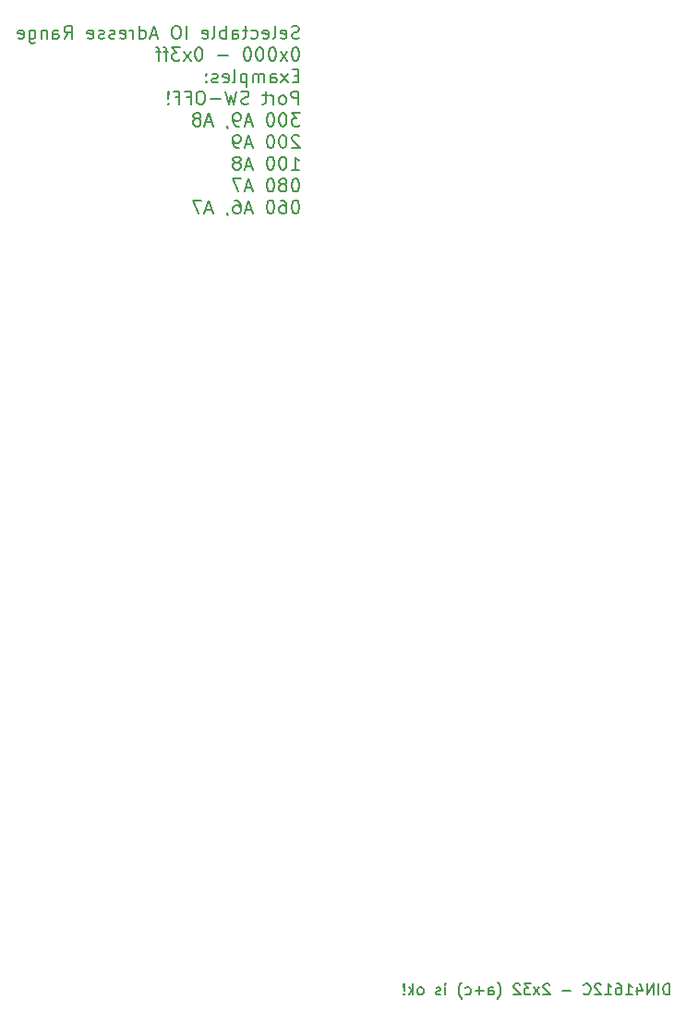
<source format=gbr>
%TF.GenerationSoftware,KiCad,Pcbnew,(5.1.12)-1*%
%TF.CreationDate,2022-05-27T21:16:08+02:00*%
%TF.ProjectId,ec1834-post,65633138-3334-42d7-906f-73742e6b6963,2b*%
%TF.SameCoordinates,Original*%
%TF.FileFunction,Legend,Bot*%
%TF.FilePolarity,Positive*%
%FSLAX46Y46*%
G04 Gerber Fmt 4.6, Leading zero omitted, Abs format (unit mm)*
G04 Created by KiCad (PCBNEW (5.1.12)-1) date 2022-05-27 21:16:08*
%MOMM*%
%LPD*%
G01*
G04 APERTURE LIST*
%ADD10C,0.200000*%
%ADD11C,0.150000*%
G04 APERTURE END LIST*
D10*
X119783428Y-53242514D02*
X119612000Y-53299657D01*
X119326285Y-53299657D01*
X119212000Y-53242514D01*
X119154857Y-53185371D01*
X119097714Y-53071085D01*
X119097714Y-52956800D01*
X119154857Y-52842514D01*
X119212000Y-52785371D01*
X119326285Y-52728228D01*
X119554857Y-52671085D01*
X119669142Y-52613942D01*
X119726285Y-52556800D01*
X119783428Y-52442514D01*
X119783428Y-52328228D01*
X119726285Y-52213942D01*
X119669142Y-52156800D01*
X119554857Y-52099657D01*
X119269142Y-52099657D01*
X119097714Y-52156800D01*
X118126285Y-53242514D02*
X118240571Y-53299657D01*
X118469142Y-53299657D01*
X118583428Y-53242514D01*
X118640571Y-53128228D01*
X118640571Y-52671085D01*
X118583428Y-52556800D01*
X118469142Y-52499657D01*
X118240571Y-52499657D01*
X118126285Y-52556800D01*
X118069142Y-52671085D01*
X118069142Y-52785371D01*
X118640571Y-52899657D01*
X117383428Y-53299657D02*
X117497714Y-53242514D01*
X117554857Y-53128228D01*
X117554857Y-52099657D01*
X116469142Y-53242514D02*
X116583428Y-53299657D01*
X116812000Y-53299657D01*
X116926285Y-53242514D01*
X116983428Y-53128228D01*
X116983428Y-52671085D01*
X116926285Y-52556800D01*
X116812000Y-52499657D01*
X116583428Y-52499657D01*
X116469142Y-52556800D01*
X116412000Y-52671085D01*
X116412000Y-52785371D01*
X116983428Y-52899657D01*
X115383428Y-53242514D02*
X115497714Y-53299657D01*
X115726285Y-53299657D01*
X115840571Y-53242514D01*
X115897714Y-53185371D01*
X115954857Y-53071085D01*
X115954857Y-52728228D01*
X115897714Y-52613942D01*
X115840571Y-52556800D01*
X115726285Y-52499657D01*
X115497714Y-52499657D01*
X115383428Y-52556800D01*
X115040571Y-52499657D02*
X114583428Y-52499657D01*
X114869142Y-52099657D02*
X114869142Y-53128228D01*
X114812000Y-53242514D01*
X114697714Y-53299657D01*
X114583428Y-53299657D01*
X113669142Y-53299657D02*
X113669142Y-52671085D01*
X113726285Y-52556800D01*
X113840571Y-52499657D01*
X114069142Y-52499657D01*
X114183428Y-52556800D01*
X113669142Y-53242514D02*
X113783428Y-53299657D01*
X114069142Y-53299657D01*
X114183428Y-53242514D01*
X114240571Y-53128228D01*
X114240571Y-53013942D01*
X114183428Y-52899657D01*
X114069142Y-52842514D01*
X113783428Y-52842514D01*
X113669142Y-52785371D01*
X113097714Y-53299657D02*
X113097714Y-52099657D01*
X113097714Y-52556800D02*
X112983428Y-52499657D01*
X112754857Y-52499657D01*
X112640571Y-52556800D01*
X112583428Y-52613942D01*
X112526285Y-52728228D01*
X112526285Y-53071085D01*
X112583428Y-53185371D01*
X112640571Y-53242514D01*
X112754857Y-53299657D01*
X112983428Y-53299657D01*
X113097714Y-53242514D01*
X111840571Y-53299657D02*
X111954857Y-53242514D01*
X112011999Y-53128228D01*
X112011999Y-52099657D01*
X110926285Y-53242514D02*
X111040571Y-53299657D01*
X111269142Y-53299657D01*
X111383428Y-53242514D01*
X111440571Y-53128228D01*
X111440571Y-52671085D01*
X111383428Y-52556800D01*
X111269142Y-52499657D01*
X111040571Y-52499657D01*
X110926285Y-52556800D01*
X110869142Y-52671085D01*
X110869142Y-52785371D01*
X111440571Y-52899657D01*
X109440571Y-53299657D02*
X109440571Y-52099657D01*
X108640571Y-52099657D02*
X108411999Y-52099657D01*
X108297714Y-52156800D01*
X108183428Y-52271085D01*
X108126285Y-52499657D01*
X108126285Y-52899657D01*
X108183428Y-53128228D01*
X108297714Y-53242514D01*
X108411999Y-53299657D01*
X108640571Y-53299657D01*
X108754857Y-53242514D01*
X108869142Y-53128228D01*
X108926285Y-52899657D01*
X108926285Y-52499657D01*
X108869142Y-52271085D01*
X108754857Y-52156800D01*
X108640571Y-52099657D01*
X106754857Y-52956800D02*
X106183428Y-52956800D01*
X106869142Y-53299657D02*
X106469142Y-52099657D01*
X106069142Y-53299657D01*
X105154857Y-53299657D02*
X105154857Y-52099657D01*
X105154857Y-53242514D02*
X105269142Y-53299657D01*
X105497714Y-53299657D01*
X105611999Y-53242514D01*
X105669142Y-53185371D01*
X105726285Y-53071085D01*
X105726285Y-52728228D01*
X105669142Y-52613942D01*
X105611999Y-52556800D01*
X105497714Y-52499657D01*
X105269142Y-52499657D01*
X105154857Y-52556800D01*
X104583428Y-53299657D02*
X104583428Y-52499657D01*
X104583428Y-52728228D02*
X104526285Y-52613942D01*
X104469142Y-52556800D01*
X104354857Y-52499657D01*
X104240571Y-52499657D01*
X103383428Y-53242514D02*
X103497714Y-53299657D01*
X103726285Y-53299657D01*
X103840571Y-53242514D01*
X103897714Y-53128228D01*
X103897714Y-52671085D01*
X103840571Y-52556800D01*
X103726285Y-52499657D01*
X103497714Y-52499657D01*
X103383428Y-52556800D01*
X103326285Y-52671085D01*
X103326285Y-52785371D01*
X103897714Y-52899657D01*
X102869142Y-53242514D02*
X102754857Y-53299657D01*
X102526285Y-53299657D01*
X102411999Y-53242514D01*
X102354857Y-53128228D01*
X102354857Y-53071085D01*
X102411999Y-52956800D01*
X102526285Y-52899657D01*
X102697714Y-52899657D01*
X102811999Y-52842514D01*
X102869142Y-52728228D01*
X102869142Y-52671085D01*
X102811999Y-52556800D01*
X102697714Y-52499657D01*
X102526285Y-52499657D01*
X102411999Y-52556800D01*
X101897714Y-53242514D02*
X101783428Y-53299657D01*
X101554857Y-53299657D01*
X101440571Y-53242514D01*
X101383428Y-53128228D01*
X101383428Y-53071085D01*
X101440571Y-52956800D01*
X101554857Y-52899657D01*
X101726285Y-52899657D01*
X101840571Y-52842514D01*
X101897714Y-52728228D01*
X101897714Y-52671085D01*
X101840571Y-52556800D01*
X101726285Y-52499657D01*
X101554857Y-52499657D01*
X101440571Y-52556800D01*
X100411999Y-53242514D02*
X100526285Y-53299657D01*
X100754857Y-53299657D01*
X100869142Y-53242514D01*
X100926285Y-53128228D01*
X100926285Y-52671085D01*
X100869142Y-52556800D01*
X100754857Y-52499657D01*
X100526285Y-52499657D01*
X100411999Y-52556800D01*
X100354857Y-52671085D01*
X100354857Y-52785371D01*
X100926285Y-52899657D01*
X98240571Y-53299657D02*
X98640571Y-52728228D01*
X98926285Y-53299657D02*
X98926285Y-52099657D01*
X98469142Y-52099657D01*
X98354857Y-52156800D01*
X98297714Y-52213942D01*
X98240571Y-52328228D01*
X98240571Y-52499657D01*
X98297714Y-52613942D01*
X98354857Y-52671085D01*
X98469142Y-52728228D01*
X98926285Y-52728228D01*
X97211999Y-53299657D02*
X97211999Y-52671085D01*
X97269142Y-52556800D01*
X97383428Y-52499657D01*
X97611999Y-52499657D01*
X97726285Y-52556800D01*
X97211999Y-53242514D02*
X97326285Y-53299657D01*
X97611999Y-53299657D01*
X97726285Y-53242514D01*
X97783428Y-53128228D01*
X97783428Y-53013942D01*
X97726285Y-52899657D01*
X97611999Y-52842514D01*
X97326285Y-52842514D01*
X97211999Y-52785371D01*
X96640571Y-52499657D02*
X96640571Y-53299657D01*
X96640571Y-52613942D02*
X96583428Y-52556800D01*
X96469142Y-52499657D01*
X96297714Y-52499657D01*
X96183428Y-52556800D01*
X96126285Y-52671085D01*
X96126285Y-53299657D01*
X95040571Y-52499657D02*
X95040571Y-53471085D01*
X95097714Y-53585371D01*
X95154857Y-53642514D01*
X95269142Y-53699657D01*
X95440571Y-53699657D01*
X95554857Y-53642514D01*
X95040571Y-53242514D02*
X95154857Y-53299657D01*
X95383428Y-53299657D01*
X95497714Y-53242514D01*
X95554857Y-53185371D01*
X95611999Y-53071085D01*
X95611999Y-52728228D01*
X95554857Y-52613942D01*
X95497714Y-52556800D01*
X95383428Y-52499657D01*
X95154857Y-52499657D01*
X95040571Y-52556800D01*
X94011999Y-53242514D02*
X94126285Y-53299657D01*
X94354857Y-53299657D01*
X94469142Y-53242514D01*
X94526285Y-53128228D01*
X94526285Y-52671085D01*
X94469142Y-52556800D01*
X94354857Y-52499657D01*
X94126285Y-52499657D01*
X94011999Y-52556800D01*
X93954857Y-52671085D01*
X93954857Y-52785371D01*
X94526285Y-52899657D01*
X119497714Y-54099657D02*
X119383428Y-54099657D01*
X119269142Y-54156800D01*
X119212000Y-54213942D01*
X119154857Y-54328228D01*
X119097714Y-54556800D01*
X119097714Y-54842514D01*
X119154857Y-55071085D01*
X119212000Y-55185371D01*
X119269142Y-55242514D01*
X119383428Y-55299657D01*
X119497714Y-55299657D01*
X119612000Y-55242514D01*
X119669142Y-55185371D01*
X119726285Y-55071085D01*
X119783428Y-54842514D01*
X119783428Y-54556800D01*
X119726285Y-54328228D01*
X119669142Y-54213942D01*
X119612000Y-54156800D01*
X119497714Y-54099657D01*
X118697714Y-55299657D02*
X118069142Y-54499657D01*
X118697714Y-54499657D02*
X118069142Y-55299657D01*
X117383428Y-54099657D02*
X117269142Y-54099657D01*
X117154857Y-54156800D01*
X117097714Y-54213942D01*
X117040571Y-54328228D01*
X116983428Y-54556800D01*
X116983428Y-54842514D01*
X117040571Y-55071085D01*
X117097714Y-55185371D01*
X117154857Y-55242514D01*
X117269142Y-55299657D01*
X117383428Y-55299657D01*
X117497714Y-55242514D01*
X117554857Y-55185371D01*
X117612000Y-55071085D01*
X117669142Y-54842514D01*
X117669142Y-54556800D01*
X117612000Y-54328228D01*
X117554857Y-54213942D01*
X117497714Y-54156800D01*
X117383428Y-54099657D01*
X116240571Y-54099657D02*
X116126285Y-54099657D01*
X116012000Y-54156800D01*
X115954857Y-54213942D01*
X115897714Y-54328228D01*
X115840571Y-54556800D01*
X115840571Y-54842514D01*
X115897714Y-55071085D01*
X115954857Y-55185371D01*
X116012000Y-55242514D01*
X116126285Y-55299657D01*
X116240571Y-55299657D01*
X116354857Y-55242514D01*
X116412000Y-55185371D01*
X116469142Y-55071085D01*
X116526285Y-54842514D01*
X116526285Y-54556800D01*
X116469142Y-54328228D01*
X116412000Y-54213942D01*
X116354857Y-54156800D01*
X116240571Y-54099657D01*
X115097714Y-54099657D02*
X114983428Y-54099657D01*
X114869142Y-54156800D01*
X114812000Y-54213942D01*
X114754857Y-54328228D01*
X114697714Y-54556800D01*
X114697714Y-54842514D01*
X114754857Y-55071085D01*
X114812000Y-55185371D01*
X114869142Y-55242514D01*
X114983428Y-55299657D01*
X115097714Y-55299657D01*
X115212000Y-55242514D01*
X115269142Y-55185371D01*
X115326285Y-55071085D01*
X115383428Y-54842514D01*
X115383428Y-54556800D01*
X115326285Y-54328228D01*
X115269142Y-54213942D01*
X115212000Y-54156800D01*
X115097714Y-54099657D01*
X113269142Y-54842514D02*
X112354857Y-54842514D01*
X110640571Y-54099657D02*
X110526285Y-54099657D01*
X110412000Y-54156800D01*
X110354857Y-54213942D01*
X110297714Y-54328228D01*
X110240571Y-54556800D01*
X110240571Y-54842514D01*
X110297714Y-55071085D01*
X110354857Y-55185371D01*
X110412000Y-55242514D01*
X110526285Y-55299657D01*
X110640571Y-55299657D01*
X110754857Y-55242514D01*
X110812000Y-55185371D01*
X110869142Y-55071085D01*
X110926285Y-54842514D01*
X110926285Y-54556800D01*
X110869142Y-54328228D01*
X110812000Y-54213942D01*
X110754857Y-54156800D01*
X110640571Y-54099657D01*
X109840571Y-55299657D02*
X109212000Y-54499657D01*
X109840571Y-54499657D02*
X109212000Y-55299657D01*
X108869142Y-54099657D02*
X108126285Y-54099657D01*
X108526285Y-54556800D01*
X108354857Y-54556800D01*
X108240571Y-54613942D01*
X108183428Y-54671085D01*
X108126285Y-54785371D01*
X108126285Y-55071085D01*
X108183428Y-55185371D01*
X108240571Y-55242514D01*
X108354857Y-55299657D01*
X108697714Y-55299657D01*
X108812000Y-55242514D01*
X108869142Y-55185371D01*
X107783428Y-54499657D02*
X107326285Y-54499657D01*
X107612000Y-55299657D02*
X107612000Y-54271085D01*
X107554857Y-54156800D01*
X107440571Y-54099657D01*
X107326285Y-54099657D01*
X107097714Y-54499657D02*
X106640571Y-54499657D01*
X106926285Y-55299657D02*
X106926285Y-54271085D01*
X106869142Y-54156800D01*
X106754857Y-54099657D01*
X106640571Y-54099657D01*
X119726285Y-56671085D02*
X119326285Y-56671085D01*
X119154857Y-57299657D02*
X119726285Y-57299657D01*
X119726285Y-56099657D01*
X119154857Y-56099657D01*
X118754857Y-57299657D02*
X118126285Y-56499657D01*
X118754857Y-56499657D02*
X118126285Y-57299657D01*
X117154857Y-57299657D02*
X117154857Y-56671085D01*
X117212000Y-56556800D01*
X117326285Y-56499657D01*
X117554857Y-56499657D01*
X117669142Y-56556800D01*
X117154857Y-57242514D02*
X117269142Y-57299657D01*
X117554857Y-57299657D01*
X117669142Y-57242514D01*
X117726285Y-57128228D01*
X117726285Y-57013942D01*
X117669142Y-56899657D01*
X117554857Y-56842514D01*
X117269142Y-56842514D01*
X117154857Y-56785371D01*
X116583428Y-57299657D02*
X116583428Y-56499657D01*
X116583428Y-56613942D02*
X116526285Y-56556800D01*
X116412000Y-56499657D01*
X116240571Y-56499657D01*
X116126285Y-56556800D01*
X116069142Y-56671085D01*
X116069142Y-57299657D01*
X116069142Y-56671085D02*
X116012000Y-56556800D01*
X115897714Y-56499657D01*
X115726285Y-56499657D01*
X115612000Y-56556800D01*
X115554857Y-56671085D01*
X115554857Y-57299657D01*
X114983428Y-56499657D02*
X114983428Y-57699657D01*
X114983428Y-56556800D02*
X114869142Y-56499657D01*
X114640571Y-56499657D01*
X114526285Y-56556800D01*
X114469142Y-56613942D01*
X114412000Y-56728228D01*
X114412000Y-57071085D01*
X114469142Y-57185371D01*
X114526285Y-57242514D01*
X114640571Y-57299657D01*
X114869142Y-57299657D01*
X114983428Y-57242514D01*
X113726285Y-57299657D02*
X113840571Y-57242514D01*
X113897714Y-57128228D01*
X113897714Y-56099657D01*
X112812000Y-57242514D02*
X112926285Y-57299657D01*
X113154857Y-57299657D01*
X113269142Y-57242514D01*
X113326285Y-57128228D01*
X113326285Y-56671085D01*
X113269142Y-56556800D01*
X113154857Y-56499657D01*
X112926285Y-56499657D01*
X112812000Y-56556800D01*
X112754857Y-56671085D01*
X112754857Y-56785371D01*
X113326285Y-56899657D01*
X112297714Y-57242514D02*
X112183428Y-57299657D01*
X111954857Y-57299657D01*
X111840571Y-57242514D01*
X111783428Y-57128228D01*
X111783428Y-57071085D01*
X111840571Y-56956800D01*
X111954857Y-56899657D01*
X112126285Y-56899657D01*
X112240571Y-56842514D01*
X112297714Y-56728228D01*
X112297714Y-56671085D01*
X112240571Y-56556800D01*
X112126285Y-56499657D01*
X111954857Y-56499657D01*
X111840571Y-56556800D01*
X111269142Y-57185371D02*
X111212000Y-57242514D01*
X111269142Y-57299657D01*
X111326285Y-57242514D01*
X111269142Y-57185371D01*
X111269142Y-57299657D01*
X111269142Y-56556800D02*
X111212000Y-56613942D01*
X111269142Y-56671085D01*
X111326285Y-56613942D01*
X111269142Y-56556800D01*
X111269142Y-56671085D01*
X119726285Y-59299657D02*
X119726285Y-58099657D01*
X119269142Y-58099657D01*
X119154857Y-58156800D01*
X119097714Y-58213942D01*
X119040571Y-58328228D01*
X119040571Y-58499657D01*
X119097714Y-58613942D01*
X119154857Y-58671085D01*
X119269142Y-58728228D01*
X119726285Y-58728228D01*
X118354857Y-59299657D02*
X118469142Y-59242514D01*
X118526285Y-59185371D01*
X118583428Y-59071085D01*
X118583428Y-58728228D01*
X118526285Y-58613942D01*
X118469142Y-58556800D01*
X118354857Y-58499657D01*
X118183428Y-58499657D01*
X118069142Y-58556800D01*
X118012000Y-58613942D01*
X117954857Y-58728228D01*
X117954857Y-59071085D01*
X118012000Y-59185371D01*
X118069142Y-59242514D01*
X118183428Y-59299657D01*
X118354857Y-59299657D01*
X117440571Y-59299657D02*
X117440571Y-58499657D01*
X117440571Y-58728228D02*
X117383428Y-58613942D01*
X117326285Y-58556800D01*
X117212000Y-58499657D01*
X117097714Y-58499657D01*
X116869142Y-58499657D02*
X116412000Y-58499657D01*
X116697714Y-58099657D02*
X116697714Y-59128228D01*
X116640571Y-59242514D01*
X116526285Y-59299657D01*
X116412000Y-59299657D01*
X115154857Y-59242514D02*
X114983428Y-59299657D01*
X114697714Y-59299657D01*
X114583428Y-59242514D01*
X114526285Y-59185371D01*
X114469142Y-59071085D01*
X114469142Y-58956800D01*
X114526285Y-58842514D01*
X114583428Y-58785371D01*
X114697714Y-58728228D01*
X114926285Y-58671085D01*
X115040571Y-58613942D01*
X115097714Y-58556800D01*
X115154857Y-58442514D01*
X115154857Y-58328228D01*
X115097714Y-58213942D01*
X115040571Y-58156800D01*
X114926285Y-58099657D01*
X114640571Y-58099657D01*
X114469142Y-58156800D01*
X114069142Y-58099657D02*
X113783428Y-59299657D01*
X113554857Y-58442514D01*
X113326285Y-59299657D01*
X113040571Y-58099657D01*
X112583428Y-58842514D02*
X111669142Y-58842514D01*
X110869142Y-58099657D02*
X110640571Y-58099657D01*
X110526285Y-58156800D01*
X110412000Y-58271085D01*
X110354857Y-58499657D01*
X110354857Y-58899657D01*
X110412000Y-59128228D01*
X110526285Y-59242514D01*
X110640571Y-59299657D01*
X110869142Y-59299657D01*
X110983428Y-59242514D01*
X111097714Y-59128228D01*
X111154857Y-58899657D01*
X111154857Y-58499657D01*
X111097714Y-58271085D01*
X110983428Y-58156800D01*
X110869142Y-58099657D01*
X109440571Y-58671085D02*
X109840571Y-58671085D01*
X109840571Y-59299657D02*
X109840571Y-58099657D01*
X109269142Y-58099657D01*
X108412000Y-58671085D02*
X108812000Y-58671085D01*
X108812000Y-59299657D02*
X108812000Y-58099657D01*
X108240571Y-58099657D01*
X107783428Y-59185371D02*
X107726285Y-59242514D01*
X107783428Y-59299657D01*
X107840571Y-59242514D01*
X107783428Y-59185371D01*
X107783428Y-59299657D01*
X107783428Y-58842514D02*
X107840571Y-58156800D01*
X107783428Y-58099657D01*
X107726285Y-58156800D01*
X107783428Y-58842514D01*
X107783428Y-58099657D01*
X119840571Y-60099657D02*
X119097714Y-60099657D01*
X119497714Y-60556800D01*
X119326285Y-60556800D01*
X119212000Y-60613942D01*
X119154857Y-60671085D01*
X119097714Y-60785371D01*
X119097714Y-61071085D01*
X119154857Y-61185371D01*
X119212000Y-61242514D01*
X119326285Y-61299657D01*
X119669142Y-61299657D01*
X119783428Y-61242514D01*
X119840571Y-61185371D01*
X118354857Y-60099657D02*
X118240571Y-60099657D01*
X118126285Y-60156800D01*
X118069142Y-60213942D01*
X118012000Y-60328228D01*
X117954857Y-60556800D01*
X117954857Y-60842514D01*
X118012000Y-61071085D01*
X118069142Y-61185371D01*
X118126285Y-61242514D01*
X118240571Y-61299657D01*
X118354857Y-61299657D01*
X118469142Y-61242514D01*
X118526285Y-61185371D01*
X118583428Y-61071085D01*
X118640571Y-60842514D01*
X118640571Y-60556800D01*
X118583428Y-60328228D01*
X118526285Y-60213942D01*
X118469142Y-60156800D01*
X118354857Y-60099657D01*
X117212000Y-60099657D02*
X117097714Y-60099657D01*
X116983428Y-60156800D01*
X116926285Y-60213942D01*
X116869142Y-60328228D01*
X116812000Y-60556800D01*
X116812000Y-60842514D01*
X116869142Y-61071085D01*
X116926285Y-61185371D01*
X116983428Y-61242514D01*
X117097714Y-61299657D01*
X117212000Y-61299657D01*
X117326285Y-61242514D01*
X117383428Y-61185371D01*
X117440571Y-61071085D01*
X117497714Y-60842514D01*
X117497714Y-60556800D01*
X117440571Y-60328228D01*
X117383428Y-60213942D01*
X117326285Y-60156800D01*
X117212000Y-60099657D01*
X115440571Y-60956800D02*
X114869142Y-60956800D01*
X115554857Y-61299657D02*
X115154857Y-60099657D01*
X114754857Y-61299657D01*
X114297714Y-61299657D02*
X114069142Y-61299657D01*
X113954857Y-61242514D01*
X113897714Y-61185371D01*
X113783428Y-61013942D01*
X113726285Y-60785371D01*
X113726285Y-60328228D01*
X113783428Y-60213942D01*
X113840571Y-60156800D01*
X113954857Y-60099657D01*
X114183428Y-60099657D01*
X114297714Y-60156800D01*
X114354857Y-60213942D01*
X114412000Y-60328228D01*
X114412000Y-60613942D01*
X114354857Y-60728228D01*
X114297714Y-60785371D01*
X114183428Y-60842514D01*
X113954857Y-60842514D01*
X113840571Y-60785371D01*
X113783428Y-60728228D01*
X113726285Y-60613942D01*
X113154857Y-61242514D02*
X113154857Y-61299657D01*
X113212000Y-61413942D01*
X113269142Y-61471085D01*
X111783428Y-60956800D02*
X111212000Y-60956800D01*
X111897714Y-61299657D02*
X111497714Y-60099657D01*
X111097714Y-61299657D01*
X110526285Y-60613942D02*
X110640571Y-60556800D01*
X110697714Y-60499657D01*
X110754857Y-60385371D01*
X110754857Y-60328228D01*
X110697714Y-60213942D01*
X110640571Y-60156800D01*
X110526285Y-60099657D01*
X110297714Y-60099657D01*
X110183428Y-60156800D01*
X110126285Y-60213942D01*
X110069142Y-60328228D01*
X110069142Y-60385371D01*
X110126285Y-60499657D01*
X110183428Y-60556800D01*
X110297714Y-60613942D01*
X110526285Y-60613942D01*
X110640571Y-60671085D01*
X110697714Y-60728228D01*
X110754857Y-60842514D01*
X110754857Y-61071085D01*
X110697714Y-61185371D01*
X110640571Y-61242514D01*
X110526285Y-61299657D01*
X110297714Y-61299657D01*
X110183428Y-61242514D01*
X110126285Y-61185371D01*
X110069142Y-61071085D01*
X110069142Y-60842514D01*
X110126285Y-60728228D01*
X110183428Y-60671085D01*
X110297714Y-60613942D01*
X119783428Y-62213942D02*
X119726285Y-62156800D01*
X119612000Y-62099657D01*
X119326285Y-62099657D01*
X119212000Y-62156800D01*
X119154857Y-62213942D01*
X119097714Y-62328228D01*
X119097714Y-62442514D01*
X119154857Y-62613942D01*
X119840571Y-63299657D01*
X119097714Y-63299657D01*
X118354857Y-62099657D02*
X118240571Y-62099657D01*
X118126285Y-62156800D01*
X118069142Y-62213942D01*
X118012000Y-62328228D01*
X117954857Y-62556800D01*
X117954857Y-62842514D01*
X118012000Y-63071085D01*
X118069142Y-63185371D01*
X118126285Y-63242514D01*
X118240571Y-63299657D01*
X118354857Y-63299657D01*
X118469142Y-63242514D01*
X118526285Y-63185371D01*
X118583428Y-63071085D01*
X118640571Y-62842514D01*
X118640571Y-62556800D01*
X118583428Y-62328228D01*
X118526285Y-62213942D01*
X118469142Y-62156800D01*
X118354857Y-62099657D01*
X117212000Y-62099657D02*
X117097714Y-62099657D01*
X116983428Y-62156800D01*
X116926285Y-62213942D01*
X116869142Y-62328228D01*
X116812000Y-62556800D01*
X116812000Y-62842514D01*
X116869142Y-63071085D01*
X116926285Y-63185371D01*
X116983428Y-63242514D01*
X117097714Y-63299657D01*
X117212000Y-63299657D01*
X117326285Y-63242514D01*
X117383428Y-63185371D01*
X117440571Y-63071085D01*
X117497714Y-62842514D01*
X117497714Y-62556800D01*
X117440571Y-62328228D01*
X117383428Y-62213942D01*
X117326285Y-62156800D01*
X117212000Y-62099657D01*
X115440571Y-62956800D02*
X114869142Y-62956800D01*
X115554857Y-63299657D02*
X115154857Y-62099657D01*
X114754857Y-63299657D01*
X114297714Y-63299657D02*
X114069142Y-63299657D01*
X113954857Y-63242514D01*
X113897714Y-63185371D01*
X113783428Y-63013942D01*
X113726285Y-62785371D01*
X113726285Y-62328228D01*
X113783428Y-62213942D01*
X113840571Y-62156800D01*
X113954857Y-62099657D01*
X114183428Y-62099657D01*
X114297714Y-62156800D01*
X114354857Y-62213942D01*
X114412000Y-62328228D01*
X114412000Y-62613942D01*
X114354857Y-62728228D01*
X114297714Y-62785371D01*
X114183428Y-62842514D01*
X113954857Y-62842514D01*
X113840571Y-62785371D01*
X113783428Y-62728228D01*
X113726285Y-62613942D01*
X119097714Y-65299657D02*
X119783428Y-65299657D01*
X119440571Y-65299657D02*
X119440571Y-64099657D01*
X119554857Y-64271085D01*
X119669142Y-64385371D01*
X119783428Y-64442514D01*
X118354857Y-64099657D02*
X118240571Y-64099657D01*
X118126285Y-64156800D01*
X118069142Y-64213942D01*
X118012000Y-64328228D01*
X117954857Y-64556800D01*
X117954857Y-64842514D01*
X118012000Y-65071085D01*
X118069142Y-65185371D01*
X118126285Y-65242514D01*
X118240571Y-65299657D01*
X118354857Y-65299657D01*
X118469142Y-65242514D01*
X118526285Y-65185371D01*
X118583428Y-65071085D01*
X118640571Y-64842514D01*
X118640571Y-64556800D01*
X118583428Y-64328228D01*
X118526285Y-64213942D01*
X118469142Y-64156800D01*
X118354857Y-64099657D01*
X117212000Y-64099657D02*
X117097714Y-64099657D01*
X116983428Y-64156800D01*
X116926285Y-64213942D01*
X116869142Y-64328228D01*
X116812000Y-64556800D01*
X116812000Y-64842514D01*
X116869142Y-65071085D01*
X116926285Y-65185371D01*
X116983428Y-65242514D01*
X117097714Y-65299657D01*
X117212000Y-65299657D01*
X117326285Y-65242514D01*
X117383428Y-65185371D01*
X117440571Y-65071085D01*
X117497714Y-64842514D01*
X117497714Y-64556800D01*
X117440571Y-64328228D01*
X117383428Y-64213942D01*
X117326285Y-64156800D01*
X117212000Y-64099657D01*
X115440571Y-64956800D02*
X114869142Y-64956800D01*
X115554857Y-65299657D02*
X115154857Y-64099657D01*
X114754857Y-65299657D01*
X114183428Y-64613942D02*
X114297714Y-64556800D01*
X114354857Y-64499657D01*
X114412000Y-64385371D01*
X114412000Y-64328228D01*
X114354857Y-64213942D01*
X114297714Y-64156800D01*
X114183428Y-64099657D01*
X113954857Y-64099657D01*
X113840571Y-64156800D01*
X113783428Y-64213942D01*
X113726285Y-64328228D01*
X113726285Y-64385371D01*
X113783428Y-64499657D01*
X113840571Y-64556800D01*
X113954857Y-64613942D01*
X114183428Y-64613942D01*
X114297714Y-64671085D01*
X114354857Y-64728228D01*
X114412000Y-64842514D01*
X114412000Y-65071085D01*
X114354857Y-65185371D01*
X114297714Y-65242514D01*
X114183428Y-65299657D01*
X113954857Y-65299657D01*
X113840571Y-65242514D01*
X113783428Y-65185371D01*
X113726285Y-65071085D01*
X113726285Y-64842514D01*
X113783428Y-64728228D01*
X113840571Y-64671085D01*
X113954857Y-64613942D01*
X119497714Y-66099657D02*
X119383428Y-66099657D01*
X119269142Y-66156800D01*
X119212000Y-66213942D01*
X119154857Y-66328228D01*
X119097714Y-66556800D01*
X119097714Y-66842514D01*
X119154857Y-67071085D01*
X119212000Y-67185371D01*
X119269142Y-67242514D01*
X119383428Y-67299657D01*
X119497714Y-67299657D01*
X119612000Y-67242514D01*
X119669142Y-67185371D01*
X119726285Y-67071085D01*
X119783428Y-66842514D01*
X119783428Y-66556800D01*
X119726285Y-66328228D01*
X119669142Y-66213942D01*
X119612000Y-66156800D01*
X119497714Y-66099657D01*
X118412000Y-66613942D02*
X118526285Y-66556800D01*
X118583428Y-66499657D01*
X118640571Y-66385371D01*
X118640571Y-66328228D01*
X118583428Y-66213942D01*
X118526285Y-66156800D01*
X118412000Y-66099657D01*
X118183428Y-66099657D01*
X118069142Y-66156800D01*
X118012000Y-66213942D01*
X117954857Y-66328228D01*
X117954857Y-66385371D01*
X118012000Y-66499657D01*
X118069142Y-66556800D01*
X118183428Y-66613942D01*
X118412000Y-66613942D01*
X118526285Y-66671085D01*
X118583428Y-66728228D01*
X118640571Y-66842514D01*
X118640571Y-67071085D01*
X118583428Y-67185371D01*
X118526285Y-67242514D01*
X118412000Y-67299657D01*
X118183428Y-67299657D01*
X118069142Y-67242514D01*
X118012000Y-67185371D01*
X117954857Y-67071085D01*
X117954857Y-66842514D01*
X118012000Y-66728228D01*
X118069142Y-66671085D01*
X118183428Y-66613942D01*
X117212000Y-66099657D02*
X117097714Y-66099657D01*
X116983428Y-66156800D01*
X116926285Y-66213942D01*
X116869142Y-66328228D01*
X116812000Y-66556800D01*
X116812000Y-66842514D01*
X116869142Y-67071085D01*
X116926285Y-67185371D01*
X116983428Y-67242514D01*
X117097714Y-67299657D01*
X117212000Y-67299657D01*
X117326285Y-67242514D01*
X117383428Y-67185371D01*
X117440571Y-67071085D01*
X117497714Y-66842514D01*
X117497714Y-66556800D01*
X117440571Y-66328228D01*
X117383428Y-66213942D01*
X117326285Y-66156800D01*
X117212000Y-66099657D01*
X115440571Y-66956800D02*
X114869142Y-66956800D01*
X115554857Y-67299657D02*
X115154857Y-66099657D01*
X114754857Y-67299657D01*
X114469142Y-66099657D02*
X113669142Y-66099657D01*
X114183428Y-67299657D01*
X119497714Y-68099657D02*
X119383428Y-68099657D01*
X119269142Y-68156800D01*
X119212000Y-68213942D01*
X119154857Y-68328228D01*
X119097714Y-68556800D01*
X119097714Y-68842514D01*
X119154857Y-69071085D01*
X119212000Y-69185371D01*
X119269142Y-69242514D01*
X119383428Y-69299657D01*
X119497714Y-69299657D01*
X119612000Y-69242514D01*
X119669142Y-69185371D01*
X119726285Y-69071085D01*
X119783428Y-68842514D01*
X119783428Y-68556800D01*
X119726285Y-68328228D01*
X119669142Y-68213942D01*
X119612000Y-68156800D01*
X119497714Y-68099657D01*
X118069142Y-68099657D02*
X118297714Y-68099657D01*
X118412000Y-68156800D01*
X118469142Y-68213942D01*
X118583428Y-68385371D01*
X118640571Y-68613942D01*
X118640571Y-69071085D01*
X118583428Y-69185371D01*
X118526285Y-69242514D01*
X118412000Y-69299657D01*
X118183428Y-69299657D01*
X118069142Y-69242514D01*
X118012000Y-69185371D01*
X117954857Y-69071085D01*
X117954857Y-68785371D01*
X118012000Y-68671085D01*
X118069142Y-68613942D01*
X118183428Y-68556800D01*
X118412000Y-68556800D01*
X118526285Y-68613942D01*
X118583428Y-68671085D01*
X118640571Y-68785371D01*
X117212000Y-68099657D02*
X117097714Y-68099657D01*
X116983428Y-68156800D01*
X116926285Y-68213942D01*
X116869142Y-68328228D01*
X116812000Y-68556800D01*
X116812000Y-68842514D01*
X116869142Y-69071085D01*
X116926285Y-69185371D01*
X116983428Y-69242514D01*
X117097714Y-69299657D01*
X117212000Y-69299657D01*
X117326285Y-69242514D01*
X117383428Y-69185371D01*
X117440571Y-69071085D01*
X117497714Y-68842514D01*
X117497714Y-68556800D01*
X117440571Y-68328228D01*
X117383428Y-68213942D01*
X117326285Y-68156800D01*
X117212000Y-68099657D01*
X115440571Y-68956800D02*
X114869142Y-68956800D01*
X115554857Y-69299657D02*
X115154857Y-68099657D01*
X114754857Y-69299657D01*
X113840571Y-68099657D02*
X114069142Y-68099657D01*
X114183428Y-68156800D01*
X114240571Y-68213942D01*
X114354857Y-68385371D01*
X114412000Y-68613942D01*
X114412000Y-69071085D01*
X114354857Y-69185371D01*
X114297714Y-69242514D01*
X114183428Y-69299657D01*
X113954857Y-69299657D01*
X113840571Y-69242514D01*
X113783428Y-69185371D01*
X113726285Y-69071085D01*
X113726285Y-68785371D01*
X113783428Y-68671085D01*
X113840571Y-68613942D01*
X113954857Y-68556800D01*
X114183428Y-68556800D01*
X114297714Y-68613942D01*
X114354857Y-68671085D01*
X114412000Y-68785371D01*
X113154857Y-69242514D02*
X113154857Y-69299657D01*
X113212000Y-69413942D01*
X113269142Y-69471085D01*
X111783428Y-68956800D02*
X111212000Y-68956800D01*
X111897714Y-69299657D02*
X111497714Y-68099657D01*
X111097714Y-69299657D01*
X110812000Y-68099657D02*
X110012000Y-68099657D01*
X110526285Y-69299657D01*
D11*
X153746266Y-140863580D02*
X153746266Y-139863580D01*
X153508171Y-139863580D01*
X153365314Y-139911200D01*
X153270076Y-140006438D01*
X153222457Y-140101676D01*
X153174838Y-140292152D01*
X153174838Y-140435009D01*
X153222457Y-140625485D01*
X153270076Y-140720723D01*
X153365314Y-140815961D01*
X153508171Y-140863580D01*
X153746266Y-140863580D01*
X152746266Y-140863580D02*
X152746266Y-139863580D01*
X152270076Y-140863580D02*
X152270076Y-139863580D01*
X151698647Y-140863580D01*
X151698647Y-139863580D01*
X150793885Y-140196914D02*
X150793885Y-140863580D01*
X151031980Y-139815961D02*
X151270076Y-140530247D01*
X150651028Y-140530247D01*
X149746266Y-140863580D02*
X150317695Y-140863580D01*
X150031980Y-140863580D02*
X150031980Y-139863580D01*
X150127219Y-140006438D01*
X150222457Y-140101676D01*
X150317695Y-140149295D01*
X148889123Y-139863580D02*
X149079600Y-139863580D01*
X149174838Y-139911200D01*
X149222457Y-139958819D01*
X149317695Y-140101676D01*
X149365314Y-140292152D01*
X149365314Y-140673104D01*
X149317695Y-140768342D01*
X149270076Y-140815961D01*
X149174838Y-140863580D01*
X148984361Y-140863580D01*
X148889123Y-140815961D01*
X148841504Y-140768342D01*
X148793885Y-140673104D01*
X148793885Y-140435009D01*
X148841504Y-140339771D01*
X148889123Y-140292152D01*
X148984361Y-140244533D01*
X149174838Y-140244533D01*
X149270076Y-140292152D01*
X149317695Y-140339771D01*
X149365314Y-140435009D01*
X147841504Y-140863580D02*
X148412933Y-140863580D01*
X148127219Y-140863580D02*
X148127219Y-139863580D01*
X148222457Y-140006438D01*
X148317695Y-140101676D01*
X148412933Y-140149295D01*
X147460552Y-139958819D02*
X147412933Y-139911200D01*
X147317695Y-139863580D01*
X147079600Y-139863580D01*
X146984361Y-139911200D01*
X146936742Y-139958819D01*
X146889123Y-140054057D01*
X146889123Y-140149295D01*
X146936742Y-140292152D01*
X147508171Y-140863580D01*
X146889123Y-140863580D01*
X145889123Y-140768342D02*
X145936742Y-140815961D01*
X146079600Y-140863580D01*
X146174838Y-140863580D01*
X146317695Y-140815961D01*
X146412933Y-140720723D01*
X146460552Y-140625485D01*
X146508171Y-140435009D01*
X146508171Y-140292152D01*
X146460552Y-140101676D01*
X146412933Y-140006438D01*
X146317695Y-139911200D01*
X146174838Y-139863580D01*
X146079600Y-139863580D01*
X145936742Y-139911200D01*
X145889123Y-139958819D01*
X144698647Y-140482628D02*
X143936742Y-140482628D01*
X142746266Y-139958819D02*
X142698647Y-139911200D01*
X142603409Y-139863580D01*
X142365314Y-139863580D01*
X142270076Y-139911200D01*
X142222457Y-139958819D01*
X142174838Y-140054057D01*
X142174838Y-140149295D01*
X142222457Y-140292152D01*
X142793885Y-140863580D01*
X142174838Y-140863580D01*
X141841504Y-140863580D02*
X141317695Y-140196914D01*
X141841504Y-140196914D02*
X141317695Y-140863580D01*
X141031980Y-139863580D02*
X140412933Y-139863580D01*
X140746266Y-140244533D01*
X140603409Y-140244533D01*
X140508171Y-140292152D01*
X140460552Y-140339771D01*
X140412933Y-140435009D01*
X140412933Y-140673104D01*
X140460552Y-140768342D01*
X140508171Y-140815961D01*
X140603409Y-140863580D01*
X140889123Y-140863580D01*
X140984361Y-140815961D01*
X141031980Y-140768342D01*
X140031980Y-139958819D02*
X139984361Y-139911200D01*
X139889123Y-139863580D01*
X139651028Y-139863580D01*
X139555790Y-139911200D01*
X139508171Y-139958819D01*
X139460552Y-140054057D01*
X139460552Y-140149295D01*
X139508171Y-140292152D01*
X140079600Y-140863580D01*
X139460552Y-140863580D01*
X137984361Y-141244533D02*
X138031980Y-141196914D01*
X138127219Y-141054057D01*
X138174838Y-140958819D01*
X138222457Y-140815961D01*
X138270076Y-140577866D01*
X138270076Y-140387390D01*
X138222457Y-140149295D01*
X138174838Y-140006438D01*
X138127219Y-139911200D01*
X138031980Y-139768342D01*
X137984361Y-139720723D01*
X137174838Y-140863580D02*
X137174838Y-140339771D01*
X137222457Y-140244533D01*
X137317695Y-140196914D01*
X137508171Y-140196914D01*
X137603409Y-140244533D01*
X137174838Y-140815961D02*
X137270076Y-140863580D01*
X137508171Y-140863580D01*
X137603409Y-140815961D01*
X137651028Y-140720723D01*
X137651028Y-140625485D01*
X137603409Y-140530247D01*
X137508171Y-140482628D01*
X137270076Y-140482628D01*
X137174838Y-140435009D01*
X136698647Y-140482628D02*
X135936742Y-140482628D01*
X136317695Y-140863580D02*
X136317695Y-140101676D01*
X135031980Y-140815961D02*
X135127219Y-140863580D01*
X135317695Y-140863580D01*
X135412933Y-140815961D01*
X135460552Y-140768342D01*
X135508171Y-140673104D01*
X135508171Y-140387390D01*
X135460552Y-140292152D01*
X135412933Y-140244533D01*
X135317695Y-140196914D01*
X135127219Y-140196914D01*
X135031980Y-140244533D01*
X134698647Y-141244533D02*
X134651028Y-141196914D01*
X134555790Y-141054057D01*
X134508171Y-140958819D01*
X134460552Y-140815961D01*
X134412933Y-140577866D01*
X134412933Y-140387390D01*
X134460552Y-140149295D01*
X134508171Y-140006438D01*
X134555790Y-139911200D01*
X134651028Y-139768342D01*
X134698647Y-139720723D01*
X133174838Y-140863580D02*
X133174838Y-140196914D01*
X133174838Y-139863580D02*
X133222457Y-139911200D01*
X133174838Y-139958819D01*
X133127219Y-139911200D01*
X133174838Y-139863580D01*
X133174838Y-139958819D01*
X132746266Y-140815961D02*
X132651028Y-140863580D01*
X132460552Y-140863580D01*
X132365314Y-140815961D01*
X132317695Y-140720723D01*
X132317695Y-140673104D01*
X132365314Y-140577866D01*
X132460552Y-140530247D01*
X132603409Y-140530247D01*
X132698647Y-140482628D01*
X132746266Y-140387390D01*
X132746266Y-140339771D01*
X132698647Y-140244533D01*
X132603409Y-140196914D01*
X132460552Y-140196914D01*
X132365314Y-140244533D01*
X130984361Y-140863580D02*
X131079600Y-140815961D01*
X131127219Y-140768342D01*
X131174838Y-140673104D01*
X131174838Y-140387390D01*
X131127219Y-140292152D01*
X131079600Y-140244533D01*
X130984361Y-140196914D01*
X130841504Y-140196914D01*
X130746266Y-140244533D01*
X130698647Y-140292152D01*
X130651028Y-140387390D01*
X130651028Y-140673104D01*
X130698647Y-140768342D01*
X130746266Y-140815961D01*
X130841504Y-140863580D01*
X130984361Y-140863580D01*
X130222457Y-140863580D02*
X130222457Y-139863580D01*
X130127219Y-140482628D02*
X129841504Y-140863580D01*
X129841504Y-140196914D02*
X130222457Y-140577866D01*
X129412933Y-140768342D02*
X129365314Y-140815961D01*
X129412933Y-140863580D01*
X129460552Y-140815961D01*
X129412933Y-140768342D01*
X129412933Y-140863580D01*
X129412933Y-140482628D02*
X129460552Y-139911200D01*
X129412933Y-139863580D01*
X129365314Y-139911200D01*
X129412933Y-140482628D01*
X129412933Y-139863580D01*
M02*

</source>
